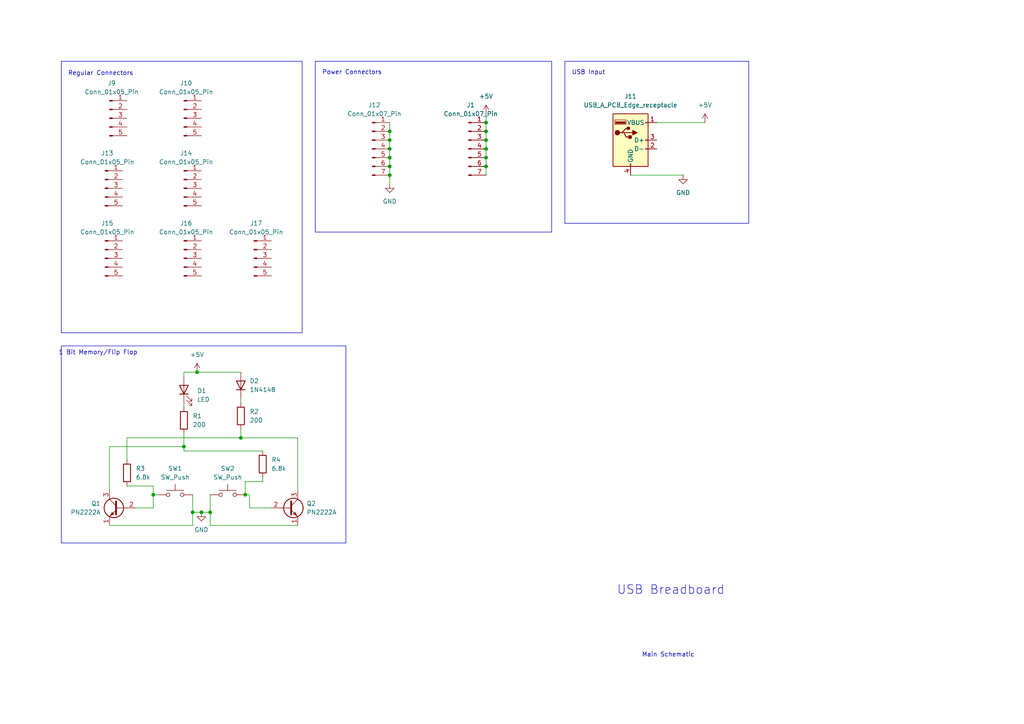
<source format=kicad_sch>
(kicad_sch (version 20250114) (generator "eeschema") (generator_version "9.0")
  (paper "A4")
  (lib_symbols
    (symbol "Connector:Conn_01x05_Pin" (pin_names (offset 1.016) (hide yes))
      (property "Reference" "J" (at 0 7.62 0))
      (property "Value" "Conn_01x05_Pin" (at 0 -7.62 0))
      (symbol "Conn_01x05_Pin_1_1"
        (rectangle (start 0.8636 5.207) (end 0 4.953) (stroke (width 0.1524)) (fill (type outline)))
        (rectangle (start 0.8636 2.667) (end 0 2.413) (stroke (width 0.1524)) (fill (type outline)))
        (rectangle (start 0.8636 0.127) (end 0 -0.127) (stroke (width 0.1524)) (fill (type outline)))
        (rectangle (start 0.8636 -2.413) (end 0 -2.667) (stroke (width 0.1524)) (fill (type outline)))
        (rectangle (start 0.8636 -4.953) (end 0 -5.207) (stroke (width 0.1524)) (fill (type outline)))
        (polyline (pts (xy 1.27 5.08) (xy 0.8636 5.08)) (stroke (width 0.1524)))
        (polyline (pts (xy 1.27 2.54) (xy 0.8636 2.54)) (stroke (width 0.1524)))
        (polyline (pts (xy 1.27 0) (xy 0.8636 0)) (stroke (width 0.1524)))
        (polyline (pts (xy 1.27 -2.54) (xy 0.8636 -2.54)) (stroke (width 0.1524)))
        (polyline (pts (xy 1.27 -5.08) (xy 0.8636 -5.08)) (stroke (width 0.1524)))
        (pin passive line (at 5.08 5.08 180) (length 3.81) (name "Pin_1") (number "1"))
        (pin passive line (at 5.08 2.54 180) (length 3.81) (name "Pin_2") (number "2"))
        (pin passive line (at 5.08 0 180) (length 3.81) (name "Pin_3") (number "3"))
        (pin passive line (at 5.08 -2.54 180) (length 3.81) (name "Pin_4") (number "4"))
        (pin passive line (at 5.08 -5.08 180) (length 3.81) (name "Pin_5") (number "5"))
      )
    )
    (symbol "Connector:Conn_01x07_Pin" (pin_names (offset 1.016) (hide yes))
      (property "Reference" "J" (at 0 10.16 0))
      (property "Value" "Conn_01x07_Pin" (at 0 -10.16 0))
      (symbol "Conn_01x07_Pin_1_1"
        (rectangle (start 0.8636 7.747) (end 0 7.493) (stroke (width 0.1524)) (fill (type outline)))
        (rectangle (start 0.8636 5.207) (end 0 4.953) (stroke (width 0.1524)) (fill (type outline)))
        (rectangle (start 0.8636 2.667) (end 0 2.413) (stroke (width 0.1524)) (fill (type outline)))
        (rectangle (start 0.8636 0.127) (end 0 -0.127) (stroke (width 0.1524)) (fill (type outline)))
        (rectangle (start 0.8636 -2.413) (end 0 -2.667) (stroke (width 0.1524)) (fill (type outline)))
        (rectangle (start 0.8636 -4.953) (end 0 -5.207) (stroke (width 0.1524)) (fill (type outline)))
        (rectangle (start 0.8636 -7.493) (end 0 -7.747) (stroke (width 0.1524)) (fill (type outline)))
        (polyline (pts (xy 1.27 7.62) (xy 0.8636 7.62)) (stroke (width 0.1524)))
        (polyline (pts (xy 1.27 5.08) (xy 0.8636 5.08)) (stroke (width 0.1524)))
        (polyline (pts (xy 1.27 2.54) (xy 0.8636 2.54)) (stroke (width 0.1524)))
        (polyline (pts (xy 1.27 0) (xy 0.8636 0)) (stroke (width 0.1524)))
        (polyline (pts (xy 1.27 -2.54) (xy 0.8636 -2.54)) (stroke (width 0.1524)))
        (polyline (pts (xy 1.27 -5.08) (xy 0.8636 -5.08)) (stroke (width 0.1524)))
        (polyline (pts (xy 1.27 -7.62) (xy 0.8636 -7.62)) (stroke (width 0.1524)))
        (pin passive line (at 5.08 7.62 180) (length 3.81) (name "Pin_1") (number "1"))
        (pin passive line (at 5.08 5.08 180) (length 3.81) (name "Pin_2") (number "2"))
        (pin passive line (at 5.08 2.54 180) (length 3.81) (name "Pin_3") (number "3"))
        (pin passive line (at 5.08 0 180) (length 3.81) (name "Pin_4") (number "4"))
        (pin passive line (at 5.08 -2.54 180) (length 3.81) (name "Pin_5") (number "5"))
        (pin passive line (at 5.08 -5.08 180) (length 3.81) (name "Pin_6") (number "6"))
        (pin passive line (at 5.08 -7.62 180) (length 3.81) (name "Pin_7") (number "7"))
      )
    )
    (symbol "Connector_USB_PCB_Edge:USB_A_PCB_Edge_receptacle" (pin_names (offset 1.016))
      (property "Reference" "J" (at -5.08 11.43 0))
      (property "Value" "USB_A_PCB_Edge_receptacle" (at -5.08 8.89 0))
      (symbol "USB_A_PCB_Edge_receptacle_0_1"
        (rectangle (start -5.08 -7.62) (end 5.08 7.62) (stroke (width 0.254)) (fill (type background)))
        (circle (center -3.81 2.159) (radius 0.635) (stroke (width 0.254)) (fill (type outline)))
        (polyline (pts (xy -3.175 2.159) (xy -2.54 2.159) (xy -1.27 3.429) (xy -0.635 3.429)) (stroke (width 0.254)))
        (polyline (pts (xy -2.54 2.159) (xy -1.905 2.159) (xy -1.27 0.889) (xy 0 0.889)) (stroke (width 0.254)))
        (rectangle (start -1.524 4.826) (end -4.318 5.334) (fill (type outline)))
        (rectangle (start -1.27 4.572) (end -4.572 5.842))
        (circle (center -0.635 3.429) (radius 0.381) (stroke (width 0.254)) (fill (type outline)))
        (rectangle (start -0.127 -7.62) (end 0.127 -6.858))
        (rectangle (start 0.254 1.27) (end -0.508 0.508) (stroke (width 0.254)) (fill (type outline)))
        (polyline (pts (xy 0.635 2.794) (xy 0.635 1.524) (xy 1.905 2.159) (xy 0.635 2.794)) (stroke (width 0.254)) (fill (type outline)))
        (rectangle (start 5.08 4.953) (end 4.318 5.207))
        (rectangle (start 5.08 -0.127) (end 4.318 0.127))
        (rectangle (start 5.08 -2.667) (end 4.318 -2.413))
      )
      (symbol "USB_A_PCB_Edge_receptacle_1_1"
        (polyline (pts (xy -1.905 2.159) (xy 0.635 2.159)) (stroke (width 0.254)))
        (pin passive line (at -2.54 -10.16 90) (length 2.54) (hide yes) (name "Shield") (number "5"))
        (pin power_in line (at 0 -10.16 90) (length 2.54) (name "GND") (number "4"))
        (pin power_in line (at 7.62 5.08 180) (length 2.54) (name "VBUS") (number "1"))
        (pin bidirectional line (at 7.62 0 180) (length 2.54) (name "D+") (number "3"))
        (pin bidirectional line (at 7.62 -2.54 180) (length 2.54) (name "D-") (number "2"))
      )
    )
    (symbol "Device:LED" (pin_numbers (hide yes)) (pin_names (offset 1.016) (hide yes))
      (property "Reference" "D" (at 0 2.54 0))
      (property "Value" "LED" (at 0 -2.54 0))
      (symbol "LED_0_1"
        (polyline (pts (xy -3.048 -0.762) (xy -4.572 -2.286) (xy -3.81 -2.286) (xy -4.572 -2.286) (xy -4.572 -1.524)))
        (polyline (pts (xy -1.778 -0.762) (xy -3.302 -2.286) (xy -2.54 -2.286) (xy -3.302 -2.286) (xy -3.302 -1.524)))
        (polyline (pts (xy -1.27 0) (xy 1.27 0)))
        (polyline (pts (xy -1.27 -1.27) (xy -1.27 1.27)) (stroke (width 0.254)))
        (polyline (pts (xy 1.27 -1.27) (xy 1.27 1.27) (xy -1.27 0) (xy 1.27 -1.27)) (stroke (width 0.254)))
      )
      (symbol "LED_1_1"
        (pin passive line (at -3.81 0 0) (length 2.54) (name "K") (number "1"))
        (pin passive line (at 3.81 0 180) (length 2.54) (name "A") (number "2"))
      )
    )
    (symbol "Device:R" (pin_numbers (hide yes)) (pin_names (offset 0))
      (property "Reference" "R" (at 2.032 0 90))
      (property "Value" "R" (at 0 0 90))
      (symbol "R_0_1"
        (rectangle (start -1.016 -2.54) (end 1.016 2.54) (stroke (width 0.254)))
      )
      (symbol "R_1_1"
        (pin passive line (at 0 3.81 270) (length 1.27) (name "~") (number "1"))
        (pin passive line (at 0 -3.81 90) (length 1.27) (name "~") (number "2"))
      )
    )
    (symbol "Diode:1N4148" (pin_numbers (hide yes)) (pin_names (hide yes))
      (property "Reference" "D" (at 0 2.54 0))
      (property "Value" "1N4148" (at 0 -2.54 0))
      (symbol "1N4148_0_1"
        (polyline (pts (xy -1.27 1.27) (xy -1.27 -1.27)) (stroke (width 0.254)))
        (polyline (pts (xy 1.27 1.27) (xy 1.27 -1.27) (xy -1.27 0) (xy 1.27 1.27)) (stroke (width 0.254)))
        (polyline (pts (xy 1.27 0) (xy -1.27 0)))
      )
      (symbol "1N4148_1_1"
        (pin passive line (at -3.81 0 0) (length 2.54) (name "K") (number "1"))
        (pin passive line (at 3.81 0 180) (length 2.54) (name "A") (number "2"))
      )
    )
    (symbol "Switch:SW_Push" (pin_numbers (hide yes)) (pin_names (offset 1.016) (hide yes))
      (property "Reference" "SW" (at 1.27 2.54 0))
      (property "Value" "SW_Push" (at 0 -1.524 0))
      (symbol "SW_Push_0_1"
        (circle (center -2.032 0) (radius 0.508))
        (polyline (pts (xy 0 1.27) (xy 0 3.048)))
        (circle (center 2.032 0) (radius 0.508))
        (polyline (pts (xy 2.54 1.27) (xy -2.54 1.27)))
        (pin passive line (at -5.08 0 0) (length 2.54) (name "1") (number "1"))
        (pin passive line (at 5.08 0 180) (length 2.54) (name "2") (number "2"))
      )
    )
    (symbol "Transistor_BJT:PN2222A" (pin_names (offset 0) (hide yes))
      (property "Reference" "Q" (at 5.08 1.905 0))
      (property "Value" "PN2222A" (at 5.08 0 0))
      (symbol "PN2222A_0_1"
        (polyline (pts (xy -2.54 0) (xy 0.635 0)))
        (polyline (pts (xy 0.635 1.905) (xy 0.635 -1.905)) (stroke (width 0.508)))
        (circle (center 1.27 0) (radius 2.8194) (stroke (width 0.254)))
      )
      (symbol "PN2222A_1_1"
        (polyline (pts (xy 0.635 0.635) (xy 2.54 2.54)))
        (polyline (pts (xy 0.635 -0.635) (xy 2.54 -2.54)))
        (polyline (pts (xy 1.27 -1.778) (xy 1.778 -1.27) (xy 2.286 -2.286) (xy 1.27 -1.778)) (fill (type outline)))
        (pin input line (at -5.08 0 0) (length 2.54) (name "B") (number "2"))
        (pin passive line (at 2.54 5.08 270) (length 2.54) (name "C") (number "3"))
        (pin passive line (at 2.54 -5.08 90) (length 2.54) (name "E") (number "1"))
      )
    )
    (symbol "power:+5V" (power) (pin_numbers (hide yes)) (pin_names (offset 0) (hide yes))
      (property "Value" "+5V" (at 0 3.556 0))
      (symbol "+5V_0_1"
        (polyline (pts (xy -0.762 1.27) (xy 0 2.54)))
        (polyline (pts (xy 0 2.54) (xy 0.762 1.27)))
        (polyline (pts (xy 0 0) (xy 0 2.54)))
      )
      (symbol "+5V_1_1"
        (pin power_in line (at 0 0 90) (length 0) (name "~") (number "1"))
      )
    )
    (symbol "power:GND" (power) (pin_numbers (hide yes)) (pin_names (offset 0) (hide yes))
      (property "Value" "GND" (at 0 -3.81 0))
      (symbol "GND_0_1"
        (polyline (pts (xy 0 0) (xy 0 -1.27) (xy 1.27 -1.27) (xy 0 -2.54) (xy -1.27 -1.27) (xy 0 -1.27)))
      )
      (symbol "GND_1_1"
        (pin power_in line (at 0 0 270) (length 0) (name "~") (number "1"))
      )
    )
  )
  (rectangle (start 17.78 17.78) (end 87.63 96.52))
  (rectangle (start 91.44 17.78) (end 160.02 67.31))
  (rectangle (start 17.78 100.33) (end 100.33 157.48))
  (rectangle (start 163.83 17.78) (end 217.17 64.77))
  (text "Main Schematic" (at 193.802 189.992 0) (effects (font (size 1.27 1.27))))
  (text "USB Breadboard" (at 194.564 171.196 0) (effects (font (size 2.54 2.54))))
  (text "Power Connectors" (at 102.108 21.082 0) (effects (font (size 1.27 1.27))))
  (text "1 Bit Memory/Flip Flop\n\n" (at 28.448 103.378 0) (effects (font (size 1.27 1.27))))
  (text "Regular Connectors" (at 29.21 21.336 0) (effects (font (size 1.27 1.27))))
  (text "USB Input" (at 170.688 21.082 0) (effects (font (size 1.27 1.27))))
  (junction (at 69.85 127))
  (junction (at 140.97 35.56))
  (junction (at 140.97 45.72))
  (junction (at 140.97 38.1))
  (junction (at 57.15 107.95))
  (junction (at 44.45 143.51))
  (junction (at 113.03 48.26))
  (junction (at 113.03 43.18))
  (junction (at 53.34 129.54))
  (junction (at 58.42 148.59))
  (junction (at 60.96 148.59))
  (junction (at 71.12 143.51))
  (junction (at 113.03 38.1))
  (junction (at 140.97 40.64))
  (junction (at 113.03 40.64))
  (junction (at 140.97 43.18))
  (junction (at 113.03 45.72))
  (junction (at 140.97 48.26))
  (junction (at 55.88 148.59))
  (junction (at 113.03 50.8))
  (wire (pts (xy 60.96 152.4) (xy 86.36 152.4)))
  (wire (pts (xy 44.45 147.32) (xy 44.45 143.51)))
  (wire (pts (xy 86.36 127) (xy 86.36 142.24)))
  (wire (pts (xy 190.5 35.56) (xy 204.47 35.56)))
  (wire (pts (xy 113.03 50.8) (xy 113.03 53.34)))
  (wire (pts (xy 60.96 143.51) (xy 60.96 148.59)))
  (wire (pts (xy 39.37 147.32) (xy 44.45 147.32)))
  (wire (pts (xy 71.12 139.7) (xy 71.12 143.51)))
  (wire (pts (xy 58.42 148.59) (xy 60.96 148.59)))
  (wire (pts (xy 140.97 35.56) (xy 140.97 38.1)))
  (wire (pts (xy 57.15 107.95) (xy 69.85 107.95)))
  (wire (pts (xy 140.97 40.64) (xy 140.97 43.18)))
  (wire (pts (xy 72.39 143.51) (xy 71.12 143.51)))
  (wire (pts (xy 55.88 143.51) (xy 55.88 148.59)))
  (wire (pts (xy 53.34 125.73) (xy 53.34 129.54)))
  (wire (pts (xy 113.03 38.1) (xy 113.03 40.64)))
  (wire (pts (xy 31.75 129.54) (xy 53.34 129.54)))
  (wire (pts (xy 53.34 107.95) (xy 57.15 107.95)))
  (wire (pts (xy 60.96 152.4) (xy 60.96 148.59)))
  (wire (pts (xy 69.85 127) (xy 86.36 127)))
  (wire (pts (xy 140.97 48.26) (xy 140.97 50.8)))
  (wire (pts (xy 53.34 116.84) (xy 53.34 118.11)))
  (wire (pts (xy 113.03 35.56) (xy 113.03 38.1)))
  (wire (pts (xy 53.34 109.22) (xy 53.34 107.95)))
  (wire (pts (xy 113.03 43.18) (xy 113.03 45.72)))
  (wire (pts (xy 53.34 130.81) (xy 53.34 129.54)))
  (wire (pts (xy 69.85 124.46) (xy 69.85 127)))
  (wire (pts (xy 72.39 147.32) (xy 72.39 143.51)))
  (wire (pts (xy 69.85 115.57) (xy 69.85 116.84)))
  (wire (pts (xy 53.34 130.81) (xy 76.2 130.81)))
  (wire (pts (xy 36.83 127) (xy 36.83 133.35)))
  (wire (pts (xy 36.83 140.97) (xy 44.45 140.97)))
  (wire (pts (xy 44.45 140.97) (xy 44.45 143.51)))
  (wire (pts (xy 72.39 147.32) (xy 78.74 147.32)))
  (wire (pts (xy 76.2 138.43) (xy 76.2 139.7)))
  (wire (pts (xy 55.88 152.4) (xy 55.88 148.59)))
  (wire (pts (xy 140.97 45.72) (xy 140.97 48.26)))
  (wire (pts (xy 113.03 45.72) (xy 113.03 48.26)))
  (wire (pts (xy 140.97 43.18) (xy 140.97 45.72)))
  (wire (pts (xy 44.45 143.51) (xy 45.72 143.51)))
  (wire (pts (xy 140.97 38.1) (xy 140.97 40.64)))
  (wire (pts (xy 113.03 48.26) (xy 113.03 50.8)))
  (wire (pts (xy 69.85 127) (xy 36.83 127)))
  (wire (pts (xy 113.03 40.64) (xy 113.03 43.18)))
  (wire (pts (xy 182.88 50.8) (xy 198.12 50.8)))
  (wire (pts (xy 140.97 33.02) (xy 140.97 35.56)))
  (wire (pts (xy 31.75 152.4) (xy 55.88 152.4)))
  (wire (pts (xy 76.2 139.7) (xy 71.12 139.7)))
  (wire (pts (xy 31.75 129.54) (xy 31.75 142.24)))
  (wire (pts (xy 55.88 148.59) (xy 58.42 148.59)))
  (symbol (lib_id "Device:R") (at 76.2 134.62 0) (unit 1)
    (property "Reference" "R4" (at 78.74 133.3499 0) (effects (justify left)))
    (property "Value" "6.8k" (at 78.74 135.8899 0) (effects (justify left)))
    (property "Footprint" "Resistor_THT:R_Axial_DIN0207_L6.3mm_D2.5mm_P7.62mm_Horizontal" (effects (hide yes)))
    (property "Description" "Resistor" (effects (hide yes)))
  )
  (symbol (lib_id "Transistor_BJT:PN2222A") (at 83.82 147.32 0) (unit 1)
    (property "Reference" "Q2" (at 88.9 146.0499 0) (effects (justify left)))
    (property "Value" "PN2222A" (at 88.9 148.5899 0) (effects (justify left)))
    (property "Footprint" "Package_TO_SOT_THT:TO-92_Inline" (effects (hide yes)))
    (property "Datasheet" "https://www.onsemi.com/pub/Collateral/PN2222-D.PDF" (effects (hide yes)))
    (property "Description" "1A Ic, 40V Vce, NPN Transistor, General Purpose Transistor, TO-92" (effects (hide yes)))
  )
  (symbol (lib_id "Diode:1N4148") (at 69.85 111.76 90) (unit 1)
    (property "Reference" "D2" (at 72.39 110.4899 90) (effects (justify right)))
    (property "Value" "1N4148" (at 72.39 113.0299 90) (effects (justify right)))
    (property "Footprint" "Diode_THT:D_DO-35_SOD27_P7.62mm_Horizontal" (effects (hide yes)))
    (property "Datasheet" "https://assets.nexperia.com/documents/data-sheet/1N4148_1N4448.pdf" (effects (hide yes)))
    (property "Description" "100V 0.15A standard switching diode, DO-35" (effects (hide yes)))
    (property "Sim.Device" "D" (effects (hide yes)))
    (property "Sim.Pins" "1=K 2=A" (effects (hide yes)))
  )
  (symbol (lib_id "power:+5V") (at 140.97 33.02 0) (unit 1)
    (property "Reference" "#PWR04" (effects (hide yes)))
    (property "Value" "+5V" (at 140.97 27.94 0))
    (property "Description" "Power symbol creates a global label with name \"+5V\"" (effects (hide yes)))
  )
  (symbol (lib_id "Connector_USB_PCB_Edge:USB_A_PCB_Edge_receptacle") (at 182.88 40.64 0) (unit 1)
    (property "Reference" "J11" (at 182.88 27.94 0))
    (property "Value" "USB_A_PCB_Edge_receptacle" (at 182.88 30.48 0))
    (property "Footprint" "Connector_USB_PCB_Edge:USB_A_PCB_Edge_receptacle" (effects (hide yes)))
    (property "Description" "USB Type A connector" (effects (hide yes)))
  )
  (symbol (lib_id "Connector:Conn_01x05_Pin") (at 30.48 74.93 0) (unit 1)
    (property "Reference" "J15" (at 31.115 64.77 0))
    (property "Value" "Conn_01x05_Pin" (at 31.115 67.31 0))
    (property "Footprint" "Connector_PinHeader_2.54mm:PinHeader_1x05_P2.54mm_Vertical" (effects (hide yes)))
    (property "Description" "Generic connector, single row, 01x05, script generated" (effects (hide yes)))
  )
  (symbol (lib_id "Connector:Conn_01x05_Pin") (at 73.66 74.93 0) (unit 1)
    (property "Reference" "J17" (at 74.295 64.77 0))
    (property "Value" "Conn_01x05_Pin" (at 74.295 67.31 0))
    (property "Footprint" "Connector_PinHeader_2.54mm:PinHeader_1x05_P2.54mm_Vertical" (effects (hide yes)))
    (property "Description" "Generic connector, single row, 01x05, script generated" (effects (hide yes)))
  )
  (symbol (lib_id "Connector:Conn_01x05_Pin") (at 31.75 34.29 0) (unit 1)
    (property "Reference" "J9" (at 32.385 24.13 0))
    (property "Value" "Conn_01x05_Pin" (at 32.385 26.67 0))
    (property "Footprint" "Connector_PinHeader_2.54mm:PinHeader_1x05_P2.54mm_Vertical" (effects (hide yes)))
    (property "Description" "Generic connector, single row, 01x05, script generated" (effects (hide yes)))
  )
  (symbol (lib_id "Switch:SW_Push") (at 66.04 143.51 0) (unit 1)
    (property "Reference" "SW2" (at 66.04 135.89 0))
    (property "Value" "SW_Push" (at 66.04 138.43 0))
    (property "Footprint" "Button_Switch_THT:SW_PUSH_6mm" (effects (hide yes)))
    (property "Description" "Push button switch, generic, two pins" (effects (hide yes)))
  )
  (symbol (lib_id "power:GND") (at 58.42 148.59 0) (unit 1)
    (property "Reference" "#PWR06" (effects (hide yes)))
    (property "Value" "GND" (at 58.42 153.67 0))
    (property "Description" "Power symbol creates a global label with name \"GND\" , ground" (effects (hide yes)))
  )
  (symbol (lib_id "Connector:Conn_01x07_Pin") (at 107.95 43.18 0) (unit 1)
    (property "Reference" "J12" (at 108.585 30.48 0))
    (property "Value" "Conn_01x07_Pin" (at 108.585 33.02 0))
    (property "Footprint" "Connector_PinHeader_2.54mm:PinHeader_1x07_P2.54mm_Vertical" (effects (hide yes)))
    (property "Description" "Generic connector, single row, 01x07, script generated" (effects (hide yes)))
  )
  (symbol (lib_id "Connector:Conn_01x05_Pin") (at 53.34 54.61 0) (unit 1)
    (property "Reference" "J14" (at 53.975 44.45 0))
    (property "Value" "Conn_01x05_Pin" (at 53.975 46.99 0))
    (property "Footprint" "Connector_PinHeader_2.54mm:PinHeader_1x05_P2.54mm_Vertical" (effects (hide yes)))
    (property "Description" "Generic connector, single row, 01x05, script generated" (effects (hide yes)))
  )
  (symbol (lib_id "Device:R") (at 53.34 121.92 0) (unit 1)
    (property "Reference" "R1" (at 55.88 120.6499 0) (effects (justify left)))
    (property "Value" "200" (at 55.88 123.1899 0) (effects (justify left)))
    (property "Footprint" "Resistor_THT:R_Axial_DIN0207_L6.3mm_D2.5mm_P7.62mm_Horizontal" (effects (hide yes)))
    (property "Description" "Resistor" (effects (hide yes)))
  )
  (symbol (lib_id "Connector:Conn_01x07_Pin") (at 135.89 43.18 0) (unit 1)
    (property "Reference" "J1" (at 136.525 30.48 0))
    (property "Value" "Conn_01x07_Pin" (at 136.525 33.02 0))
    (property "Footprint" "Connector_PinHeader_2.54mm:PinHeader_1x07_P2.54mm_Vertical" (effects (hide yes)))
    (property "Description" "Generic connector, single row, 01x07, script generated" (effects (hide yes)))
  )
  (symbol (lib_id "Device:R") (at 36.83 137.16 0) (unit 1)
    (property "Reference" "R3" (at 39.37 135.8899 0) (effects (justify left)))
    (property "Value" "6.8k" (at 39.37 138.4299 0) (effects (justify left)))
    (property "Footprint" "Resistor_THT:R_Axial_DIN0207_L6.3mm_D2.5mm_P7.62mm_Horizontal" (effects (hide yes)))
    (property "Description" "Resistor" (effects (hide yes)))
  )
  (symbol (lib_id "power:+5V") (at 204.47 35.56 0) (unit 1)
    (property "Reference" "#PWR01" (effects (hide yes)))
    (property "Value" "+5V" (at 204.47 30.48 0))
    (property "Description" "Power symbol creates a global label with name \"+5V\"" (effects (hide yes)))
  )
  (symbol (lib_id "Connector:Conn_01x05_Pin") (at 30.48 54.61 0) (unit 1)
    (property "Reference" "J13" (at 31.115 44.45 0))
    (property "Value" "Conn_01x05_Pin" (at 31.115 46.99 0))
    (property "Footprint" "Connector_PinHeader_2.54mm:PinHeader_1x05_P2.54mm_Vertical" (effects (hide yes)))
    (property "Description" "Generic connector, single row, 01x05, script generated" (effects (hide yes)))
  )
  (symbol (lib_id "power:+5V") (at 57.15 107.95 0) (unit 1)
    (property "Reference" "#PWR05" (effects (hide yes)))
    (property "Value" "+5V" (at 57.15 102.87 0))
    (property "Description" "Power symbol creates a global label with name \"+5V\"" (effects (hide yes)))
  )
  (symbol (lib_id "Connector:Conn_01x05_Pin") (at 53.34 34.29 0) (unit 1)
    (property "Reference" "J10" (at 53.975 24.13 0))
    (property "Value" "Conn_01x05_Pin" (at 53.975 26.67 0))
    (property "Footprint" "Connector_PinHeader_2.54mm:PinHeader_1x05_P2.54mm_Vertical" (effects (hide yes)))
    (property "Description" "Generic connector, single row, 01x05, script generated" (effects (hide yes)))
  )
  (symbol (lib_id "power:GND") (at 198.12 50.8 0) (unit 1)
    (property "Reference" "#PWR02" (effects (hide yes)))
    (property "Value" "GND" (at 198.12 55.88 0))
    (property "Description" "Power symbol creates a global label with name \"GND\" , ground" (effects (hide yes)))
  )
  (symbol (lib_id "power:GND") (at 113.03 53.34 0) (unit 1)
    (property "Reference" "#PWR03" (effects (hide yes)))
    (property "Value" "GND" (at 113.03 58.42 0))
    (property "Description" "Power symbol creates a global label with name \"GND\" , ground" (effects (hide yes)))
  )
  (symbol (lib_id "Device:LED") (at 53.34 113.03 90) (unit 1)
    (property "Reference" "D1" (at 57.15 113.3474 90) (effects (justify right)))
    (property "Value" "LED" (at 57.15 115.8874 90) (effects (justify right)))
    (property "Footprint" "LED_THT:LED_D5.0mm" (effects (hide yes)))
    (property "Description" "Light emitting diode" (effects (hide yes)))
    (property "Sim.Pins" "1=K 2=A" (effects (hide yes)))
  )
  (symbol (lib_id "Connector:Conn_01x05_Pin") (at 53.34 74.93 0) (unit 1)
    (property "Reference" "J16" (at 53.975 64.77 0))
    (property "Value" "Conn_01x05_Pin" (at 53.975 67.31 0))
    (property "Footprint" "Connector_PinHeader_2.54mm:PinHeader_1x05_P2.54mm_Vertical" (effects (hide yes)))
    (property "Description" "Generic connector, single row, 01x05, script generated" (effects (hide yes)))
  )
  (symbol (lib_id "Device:R") (at 69.85 120.65 0) (unit 1)
    (property "Reference" "R2" (at 72.39 119.3799 0) (effects (justify left)))
    (property "Value" "200" (at 72.39 121.9199 0) (effects (justify left)))
    (property "Footprint" "Resistor_THT:R_Axial_DIN0207_L6.3mm_D2.5mm_P7.62mm_Horizontal" (effects (hide yes)))
    (property "Description" "Resistor" (effects (hide yes)))
  )
  (symbol (lib_id "Switch:SW_Push") (at 50.8 143.51 0) (unit 1)
    (property "Reference" "SW1" (at 50.8 135.89 0))
    (property "Value" "SW_Push" (at 50.8 138.43 0))
    (property "Footprint" "Button_Switch_THT:SW_PUSH_6mm" (effects (hide yes)))
    (property "Description" "Push button switch, generic, two pins" (effects (hide yes)))
  )
  (symbol (lib_id "Transistor_BJT:PN2222A") (at 34.29 147.32 0) (mirror y) (unit 1)
    (property "Reference" "Q1" (at 29.21 146.0499 0) (effects (justify left)))
    (property "Value" "PN2222A" (at 29.21 148.5899 0) (effects (justify left)))
    (property "Footprint" "Package_TO_SOT_THT:TO-92_Inline" (effects (hide yes)))
    (property "Datasheet" "https://www.onsemi.com/pub/Collateral/PN2222-D.PDF" (effects (hide yes)))
    (property "Description" "1A Ic, 40V Vce, NPN Transistor, General Purpose Transistor, TO-92" (effects (hide yes)))
  )
)
</source>
